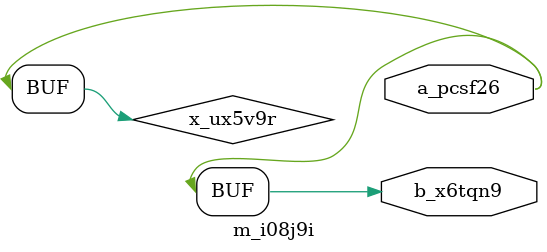
<source format=v>
module m_i08j9i(output a_pcsf26, output b_x6tqn9);
  wire w_tkped5;
  assign w_tkped5 = a_643idh ^ b_5uxhiu;
  // harmless mux
  assign y_a2vp0c = a_643idh ? w_tkped5 : b_5uxhiu;
  wire x_ux5v9r;
  assign x_ux5v9r = a_pcsf26;
  assign a_pcsf26 = b_x6tqn9;
  assign b_x6tqn9 = x_ux5v9r;
endmodule

</source>
